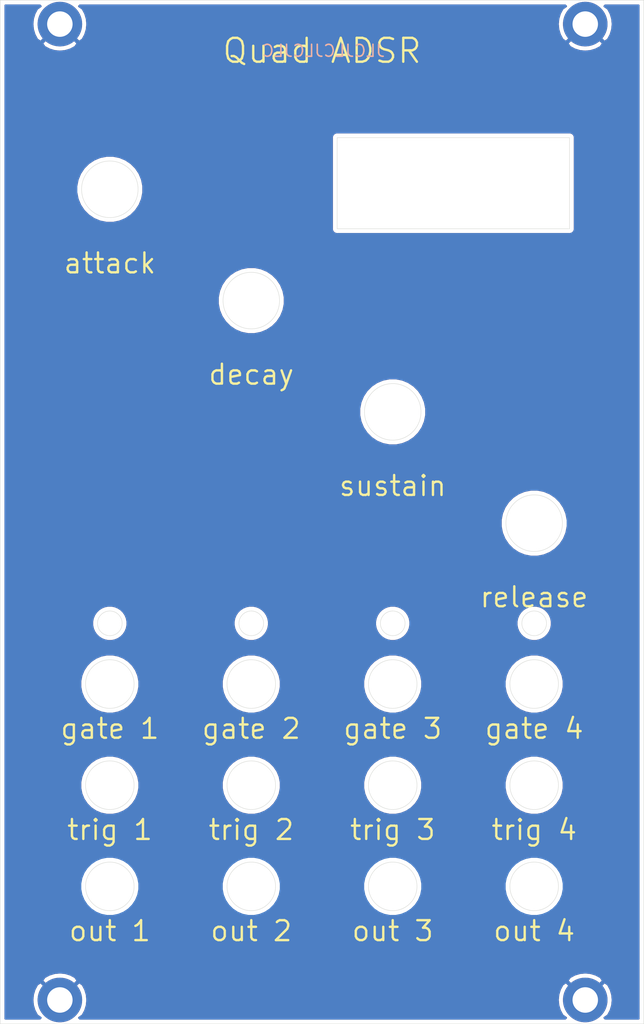
<source format=kicad_pcb>
(kicad_pcb (version 20171130) (host pcbnew 5.1.6-c6e7f7d~87~ubuntu18.04.1)

  (general
    (thickness 1.6)
    (drawings 70)
    (tracks 0)
    (zones 0)
    (modules 4)
    (nets 2)
  )

  (page A4)
  (title_block
    (title "Quad ADSR front panel")
    (date 2020-08-18)
    (rev 0)
    (comment 1 creativecommons.org/licenses/by/4.0/)
    (comment 2 "License: CC by 4.0")
    (comment 3 "Author: Jordan Aceto")
  )

  (layers
    (0 F.Cu signal hide)
    (31 B.Cu signal hide)
    (32 B.Adhes user)
    (33 F.Adhes user)
    (34 B.Paste user)
    (35 F.Paste user)
    (36 B.SilkS user)
    (37 F.SilkS user)
    (38 B.Mask user)
    (39 F.Mask user)
    (40 Dwgs.User user)
    (41 Cmts.User user)
    (42 Eco1.User user)
    (43 Eco2.User user)
    (44 Edge.Cuts user)
    (45 Margin user)
    (46 B.CrtYd user)
    (47 F.CrtYd user)
    (48 B.Fab user hide)
    (49 F.Fab user hide)
  )

  (setup
    (last_trace_width 0.25)
    (trace_clearance 0.2)
    (zone_clearance 0.508)
    (zone_45_only no)
    (trace_min 0.2)
    (via_size 0.8)
    (via_drill 0.4)
    (via_min_size 0.4)
    (via_min_drill 0.3)
    (uvia_size 0.3)
    (uvia_drill 0.1)
    (uvias_allowed no)
    (uvia_min_size 0.2)
    (uvia_min_drill 0.1)
    (edge_width 0.05)
    (segment_width 0.2)
    (pcb_text_width 0.3)
    (pcb_text_size 1.5 1.5)
    (mod_edge_width 0.12)
    (mod_text_size 1 1)
    (mod_text_width 0.15)
    (pad_size 1.524 1.524)
    (pad_drill 0.762)
    (pad_to_mask_clearance 0.05)
    (aux_axis_origin 0 0)
    (visible_elements FFFFFF7F)
    (pcbplotparams
      (layerselection 0x010fc_ffffffff)
      (usegerberextensions false)
      (usegerberattributes false)
      (usegerberadvancedattributes false)
      (creategerberjobfile false)
      (excludeedgelayer true)
      (linewidth 0.100000)
      (plotframeref false)
      (viasonmask false)
      (mode 1)
      (useauxorigin false)
      (hpglpennumber 1)
      (hpglpenspeed 20)
      (hpglpendiameter 15.000000)
      (psnegative false)
      (psa4output false)
      (plotreference true)
      (plotvalue true)
      (plotinvisibletext false)
      (padsonsilk false)
      (subtractmaskfromsilk false)
      (outputformat 1)
      (mirror false)
      (drillshape 0)
      (scaleselection 1)
      (outputdirectory "../construction_docs/gerbers/"))
  )

  (net 0 "")
  (net 1 GND)

  (net_class Default "This is the default net class."
    (clearance 0.2)
    (trace_width 0.25)
    (via_dia 0.8)
    (via_drill 0.4)
    (uvia_dia 0.3)
    (uvia_drill 0.1)
    (add_net GND)
  )

  (module MountingHole:MountingHole_3.2mm_M3_DIN965_Pad (layer F.Cu) (tedit 56D1B4CB) (tstamp 5EFA4FE1)
    (at 73.54 125.5)
    (descr "Mounting Hole 3.2mm, M3, DIN965")
    (tags "mounting hole 3.2mm m3 din965")
    (path /5EFA1430)
    (attr virtual)
    (fp_text reference H4 (at 0 -3.8) (layer F.SilkS) hide
      (effects (font (size 1 1) (thickness 0.15)))
    )
    (fp_text value MountingHole_Pad (at 0 3.8) (layer F.Fab)
      (effects (font (size 1 1) (thickness 0.15)))
    )
    (fp_circle (center 0 0) (end 2.8 0) (layer Cmts.User) (width 0.15))
    (fp_circle (center 0 0) (end 3.05 0) (layer F.CrtYd) (width 0.05))
    (fp_text user %R (at 0.3 0) (layer F.Fab)
      (effects (font (size 1 1) (thickness 0.15)))
    )
    (pad 1 thru_hole circle (at 0 0) (size 5.6 5.6) (drill 3.2) (layers *.Cu *.Mask)
      (net 1 GND))
  )

  (module MountingHole:MountingHole_3.2mm_M3_DIN965_Pad (layer F.Cu) (tedit 56D1B4CB) (tstamp 5EFA4FB7)
    (at 73.54 3)
    (descr "Mounting Hole 3.2mm, M3, DIN965")
    (tags "mounting hole 3.2mm m3 din965")
    (path /5EFA1424)
    (attr virtual)
    (fp_text reference H3 (at 0 -3.8) (layer F.SilkS) hide
      (effects (font (size 1 1) (thickness 0.15)))
    )
    (fp_text value MountingHole_Pad (at 0 3.8) (layer F.Fab)
      (effects (font (size 1 1) (thickness 0.15)))
    )
    (fp_circle (center 0 0) (end 2.8 0) (layer Cmts.User) (width 0.15))
    (fp_circle (center 0 0) (end 3.05 0) (layer F.CrtYd) (width 0.05))
    (fp_text user %R (at 0.3 0) (layer F.Fab)
      (effects (font (size 1 1) (thickness 0.15)))
    )
    (pad 1 thru_hole circle (at 0 0) (size 5.6 5.6) (drill 3.2) (layers *.Cu *.Mask)
      (net 1 GND))
  )

  (module MountingHole:MountingHole_3.2mm_M3_DIN965_Pad (layer F.Cu) (tedit 56D1B4CB) (tstamp 5EFA4FCC)
    (at 7.5 125.5)
    (descr "Mounting Hole 3.2mm, M3, DIN965")
    (tags "mounting hole 3.2mm m3 din965")
    (path /5EF9FEEC)
    (attr virtual)
    (fp_text reference H2 (at 0 -3.8) (layer F.SilkS) hide
      (effects (font (size 1 1) (thickness 0.15)))
    )
    (fp_text value MountingHole_Pad (at 0 3.8) (layer F.Fab)
      (effects (font (size 1 1) (thickness 0.15)))
    )
    (fp_circle (center 0 0) (end 2.8 0) (layer Cmts.User) (width 0.15))
    (fp_circle (center 0 0) (end 3.05 0) (layer F.CrtYd) (width 0.05))
    (fp_text user %R (at 0.3 0) (layer F.Fab)
      (effects (font (size 1 1) (thickness 0.15)))
    )
    (pad 1 thru_hole circle (at 0 0) (size 5.6 5.6) (drill 3.2) (layers *.Cu *.Mask)
      (net 1 GND))
  )

  (module MountingHole:MountingHole_3.2mm_M3_DIN965_Pad (layer F.Cu) (tedit 56D1B4CB) (tstamp 5EFA4FA2)
    (at 7.5 3)
    (descr "Mounting Hole 3.2mm, M3, DIN965")
    (tags "mounting hole 3.2mm m3 din965")
    (path /5EF9F32F)
    (attr virtual)
    (fp_text reference H1 (at 0 -3.8) (layer F.SilkS) hide
      (effects (font (size 1 1) (thickness 0.15)))
    )
    (fp_text value MountingHole_Pad (at 0 3.8) (layer F.Fab)
      (effects (font (size 1 1) (thickness 0.15)))
    )
    (fp_circle (center 0 0) (end 2.8 0) (layer Cmts.User) (width 0.15))
    (fp_circle (center 0 0) (end 3.05 0) (layer F.CrtYd) (width 0.05))
    (fp_text user %R (at 0.3 0) (layer F.Fab)
      (effects (font (size 1 1) (thickness 0.15)))
    )
    (pad 1 thru_hole circle (at 0 0) (size 5.6 5.6) (drill 3.2) (layers *.Cu *.Mask)
      (net 1 GND))
  )

  (gr_text JLCJLCJLCJLC (at 40.64 6.35) (layer B.SilkS)
    (effects (font (size 1.5 1.5) (thickness 0.2)) (justify mirror))
  )
  (gr_line (start 71.72 106.64) (end 71.72 115.84) (layer Dwgs.User) (width 0.15))
  (gr_line (start 9.18 115.84) (end 71.72 115.84) (layer Dwgs.User) (width 0.15))
  (gr_line (start 9.18 106.64) (end 9.18 115.84) (layer Dwgs.User) (width 0.15))
  (gr_line (start 9.18 106.64) (end 71.72 106.64) (layer Dwgs.User) (width 0.15))
  (gr_text release (at 67.12 74.93) (layer F.SilkS) (tstamp 5EFA5277)
    (effects (font (size 2.5 2.5) (thickness 0.3)))
  )
  (gr_text sustain (at 49.34 60.96) (layer F.SilkS) (tstamp 5EFA5274)
    (effects (font (size 2.5 2.5) (thickness 0.3)))
  )
  (gr_text decay (at 31.56 46.99) (layer F.SilkS)
    (effects (font (size 2.5 2.5) (thickness 0.3)))
  )
  (gr_text attack (at 13.78 33.02) (layer F.SilkS)
    (effects (font (size 2.5 2.5) (thickness 0.3)))
  )
  (gr_text "out 4" (at 67.12 116.84) (layer F.SilkS) (tstamp 5EFA524D)
    (effects (font (size 2.5 2.5) (thickness 0.3)))
  )
  (gr_text "out 3" (at 49.34 116.84) (layer F.SilkS) (tstamp 5EFA524D)
    (effects (font (size 2.5 2.5) (thickness 0.3)))
  )
  (gr_text "out 2" (at 31.56 116.84) (layer F.SilkS) (tstamp 5EFA524D)
    (effects (font (size 2.5 2.5) (thickness 0.3)))
  )
  (gr_text "trig 4" (at 67.12 104.14) (layer F.SilkS) (tstamp 5EFA5245)
    (effects (font (size 2.5 2.5) (thickness 0.3)))
  )
  (gr_text "trig 3" (at 49.34 104.14) (layer F.SilkS) (tstamp 5EFA5245)
    (effects (font (size 2.5 2.5) (thickness 0.3)))
  )
  (gr_text "trig 2" (at 31.56 104.14) (layer F.SilkS) (tstamp 5EFA5245)
    (effects (font (size 2.5 2.5) (thickness 0.3)))
  )
  (gr_text "gate 4" (at 67.12 91.44) (layer F.SilkS) (tstamp 5EFA523D)
    (effects (font (size 2.5 2.5) (thickness 0.3)))
  )
  (gr_text "gate 3" (at 49.34 91.44) (layer F.SilkS) (tstamp 5EFA523D)
    (effects (font (size 2.5 2.5) (thickness 0.3)))
  )
  (gr_text "gate 2" (at 31.56 91.44) (layer F.SilkS) (tstamp 5EFA523D)
    (effects (font (size 2.5 2.5) (thickness 0.3)))
  )
  (gr_text "out 1" (at 13.78 116.84) (layer F.SilkS) (tstamp 5EFA5237)
    (effects (font (size 2.5 2.5) (thickness 0.3)))
  )
  (gr_text "trig 1" (at 13.78 104.14) (layer F.SilkS)
    (effects (font (size 2.5 2.5) (thickness 0.3)))
  )
  (gr_text "gate 1" (at 13.78 91.44) (layer F.SilkS)
    (effects (font (size 2.5 2.5) (thickness 0.3)))
  )
  (gr_circle (center 31.56 111.24) (end 35.56 111.24) (layer Dwgs.User) (width 0.15) (tstamp 5EFA51D5))
  (gr_circle (center 49.34 111.24) (end 53.34 111.24) (layer Dwgs.User) (width 0.15) (tstamp 5EFA51D4))
  (gr_circle (center 13.78 111.24) (end 17.78 111.24) (layer Dwgs.User) (width 0.15) (tstamp 5EFA51D3))
  (gr_circle (center 67.12 111.24) (end 71.12 111.24) (layer Dwgs.User) (width 0.15) (tstamp 5EFA51D2))
  (gr_circle (center 31.56 98.54) (end 35.56 98.54) (layer Dwgs.User) (width 0.15) (tstamp 5EFA51D5))
  (gr_circle (center 49.34 98.54) (end 53.34 98.54) (layer Dwgs.User) (width 0.15) (tstamp 5EFA51D4))
  (gr_circle (center 13.78 98.54) (end 17.78 98.54) (layer Dwgs.User) (width 0.15) (tstamp 5EFA51D3))
  (gr_circle (center 67.12 98.54) (end 71.12 98.54) (layer Dwgs.User) (width 0.15) (tstamp 5EFA51D2))
  (gr_circle (center 67.12 85.84) (end 71.12 85.84) (layer Dwgs.User) (width 0.15) (tstamp 5EFA51CE))
  (gr_circle (center 49.34 85.84) (end 53.34 85.84) (layer Dwgs.User) (width 0.15) (tstamp 5EFA51CE))
  (gr_circle (center 31.56 85.84) (end 35.56 85.84) (layer Dwgs.User) (width 0.15) (tstamp 5EFA51CE))
  (gr_circle (center 13.78 85.84) (end 17.78 85.84) (layer Dwgs.User) (width 0.15))
  (gr_circle (center 67.12 65.647) (end 75.12 65.647) (layer Dwgs.User) (width 0.15) (tstamp 5EFA51C1))
  (gr_circle (center 49.34 51.677) (end 57.34 51.677) (layer Dwgs.User) (width 0.15) (tstamp 5EFA51C1))
  (gr_circle (center 31.56 37.707) (end 39.56 37.707) (layer Dwgs.User) (width 0.15) (tstamp 5EFA51B9))
  (gr_circle (center 13.78 23.737) (end 21.78 23.737) (layer Dwgs.User) (width 0.15))
  (gr_text "Quad ADSR" (at 40.45 6.35) (layer F.SilkS)
    (effects (font (size 3 3) (thickness 0.3)))
  )
  (gr_line (start 42.355 28.69) (end 71.565 28.69) (layer Edge.Cuts) (width 0.05))
  (gr_line (start 71.565 17.26) (end 71.565 28.69) (layer Edge.Cuts) (width 0.05))
  (gr_line (start 42.355 17.26) (end 42.355 28.69) (layer Edge.Cuts) (width 0.05))
  (gr_line (start 42.355 17.26) (end 71.565 17.26) (layer Edge.Cuts) (width 0.05))
  (gr_line (start 4.89 113.78) (end 76.01 113.78) (layer Dwgs.User) (width 0.15))
  (gr_line (start 76.01 14.72) (end 76.01 113.78) (layer Dwgs.User) (width 0.15))
  (gr_line (start 4.89 14.72) (end 4.89 113.78) (layer Dwgs.User) (width 0.15))
  (gr_line (start 4.89 14.72) (end 76.01 14.72) (layer Dwgs.User) (width 0.15))
  (gr_circle (center 67.12 78.22) (end 68.67 78.22) (layer Edge.Cuts) (width 0.05) (tstamp 5EFA50C8))
  (gr_circle (center 49.34 78.22) (end 50.89 78.22) (layer Edge.Cuts) (width 0.05) (tstamp 5EFA50C8))
  (gr_circle (center 31.56 78.22) (end 33.11 78.22) (layer Edge.Cuts) (width 0.05) (tstamp 5EFA50C8))
  (gr_circle (center 13.78 78.22) (end 15.33 78.22) (layer Edge.Cuts) (width 0.05))
  (gr_circle (center 67.12 65.647) (end 70.67 65.647) (layer Edge.Cuts) (width 0.05) (tstamp 5EFA50BB))
  (gr_circle (center 49.34 51.677) (end 52.89 51.677) (layer Edge.Cuts) (width 0.05) (tstamp 5EFA50BB))
  (gr_circle (center 31.56 37.707) (end 35.11 37.707) (layer Edge.Cuts) (width 0.05) (tstamp 5EFA50BB))
  (gr_circle (center 13.78 23.737) (end 17.33 23.737) (layer Edge.Cuts) (width 0.05))
  (gr_circle (center 49.34 111.24) (end 52.39 111.24) (layer Edge.Cuts) (width 0.05) (tstamp 5EFA50AF))
  (gr_circle (center 31.56 111.24) (end 34.61 111.24) (layer Edge.Cuts) (width 0.05) (tstamp 5EFA50AE))
  (gr_circle (center 67.12 111.24) (end 70.17 111.24) (layer Edge.Cuts) (width 0.05) (tstamp 5EFA50AD))
  (gr_circle (center 13.78 111.24) (end 16.83 111.24) (layer Edge.Cuts) (width 0.05) (tstamp 5EFA50AC))
  (gr_circle (center 49.34 98.54) (end 52.39 98.54) (layer Edge.Cuts) (width 0.05) (tstamp 5EFA50AF))
  (gr_circle (center 31.56 98.54) (end 34.61 98.54) (layer Edge.Cuts) (width 0.05) (tstamp 5EFA50AE))
  (gr_circle (center 67.12 98.54) (end 70.17 98.54) (layer Edge.Cuts) (width 0.05) (tstamp 5EFA50AD))
  (gr_circle (center 13.78 98.54) (end 16.83 98.54) (layer Edge.Cuts) (width 0.05) (tstamp 5EFA50AC))
  (gr_circle (center 67.12 85.84) (end 70.17 85.84) (layer Edge.Cuts) (width 0.05) (tstamp 5EFA50A9))
  (gr_circle (center 31.56 85.84) (end 34.61 85.84) (layer Edge.Cuts) (width 0.05) (tstamp 5EFA50A8))
  (gr_circle (center 49.34 85.84) (end 52.39 85.84) (layer Edge.Cuts) (width 0.05) (tstamp 5EFA50A6))
  (gr_circle (center 13.78 85.84) (end 16.83 85.84) (layer Edge.Cuts) (width 0.05))
  (gr_line (start 80.9 0) (end 80.9 128.5) (layer Edge.Cuts) (width 0.05))
  (gr_line (start 0 128.5) (end 80.9 128.5) (layer Edge.Cuts) (width 0.05))
  (gr_line (start 0 0) (end 80.9 0) (layer Edge.Cuts) (width 0.05))
  (gr_line (start 0 0) (end 0 128.5) (layer Edge.Cuts) (width 0.05))

  (zone (net 1) (net_name GND) (layer F.Cu) (tstamp 5F3D3ED9) (hatch edge 0.508)
    (connect_pads (clearance 0.508))
    (min_thickness 0.254)
    (fill yes (arc_segments 32) (thermal_gap 0.508) (thermal_bridge_width 0.508))
    (polygon
      (pts
        (xy 83.82 132.08) (xy -2.54 132.08) (xy -2.54 -2.54) (xy 83.82 -2.54)
      )
    )
    (filled_polygon
      (pts
        (xy 5.083517 0.763125) (xy 4.634823 1.075308) (xy 4.314388 1.671259) (xy 4.116374 2.318273) (xy 4.04839 2.991484)
        (xy 4.113051 3.665023) (xy 4.30787 4.313006) (xy 4.625361 4.91053) (xy 4.634823 4.924692) (xy 5.083519 5.236876)
        (xy 7.320395 3) (xy 7.306253 2.985858) (xy 7.485858 2.806253) (xy 7.5 2.820395) (xy 7.514143 2.806253)
        (xy 7.693748 2.985858) (xy 7.679605 3) (xy 9.916481 5.236876) (xy 10.365177 4.924692) (xy 10.685612 4.328741)
        (xy 10.883626 3.681727) (xy 10.95161 3.008516) (xy 10.886949 2.334977) (xy 10.69213 1.686994) (xy 10.374639 1.08947)
        (xy 10.365177 1.075308) (xy 9.916483 0.763125) (xy 10.019608 0.66) (xy 71.020392 0.66) (xy 71.123517 0.763125)
        (xy 70.674823 1.075308) (xy 70.354388 1.671259) (xy 70.156374 2.318273) (xy 70.08839 2.991484) (xy 70.153051 3.665023)
        (xy 70.34787 4.313006) (xy 70.665361 4.91053) (xy 70.674823 4.924692) (xy 71.123519 5.236876) (xy 73.360395 3)
        (xy 73.346253 2.985858) (xy 73.525858 2.806253) (xy 73.54 2.820395) (xy 73.554143 2.806253) (xy 73.733748 2.985858)
        (xy 73.719605 3) (xy 75.956481 5.236876) (xy 76.405177 4.924692) (xy 76.725612 4.328741) (xy 76.923626 3.681727)
        (xy 76.99161 3.008516) (xy 76.926949 2.334977) (xy 76.73213 1.686994) (xy 76.414639 1.08947) (xy 76.405177 1.075308)
        (xy 75.956483 0.763125) (xy 76.059608 0.66) (xy 80.24 0.66) (xy 80.240001 127.84) (xy 76.059608 127.84)
        (xy 75.956483 127.736875) (xy 76.405177 127.424692) (xy 76.725612 126.828741) (xy 76.923626 126.181727) (xy 76.99161 125.508516)
        (xy 76.926949 124.834977) (xy 76.73213 124.186994) (xy 76.414639 123.58947) (xy 76.405177 123.575308) (xy 75.956481 123.263124)
        (xy 73.719605 125.5) (xy 73.733748 125.514143) (xy 73.554143 125.693748) (xy 73.54 125.679605) (xy 73.525858 125.693748)
        (xy 73.346253 125.514143) (xy 73.360395 125.5) (xy 71.123519 123.263124) (xy 70.674823 123.575308) (xy 70.354388 124.171259)
        (xy 70.156374 124.818273) (xy 70.08839 125.491484) (xy 70.153051 126.165023) (xy 70.34787 126.813006) (xy 70.665361 127.41053)
        (xy 70.674823 127.424692) (xy 71.123517 127.736875) (xy 71.020392 127.84) (xy 10.019608 127.84) (xy 9.916483 127.736875)
        (xy 10.365177 127.424692) (xy 10.685612 126.828741) (xy 10.883626 126.181727) (xy 10.95161 125.508516) (xy 10.886949 124.834977)
        (xy 10.69213 124.186994) (xy 10.374639 123.58947) (xy 10.365177 123.575308) (xy 9.916481 123.263124) (xy 7.679605 125.5)
        (xy 7.693748 125.514143) (xy 7.514143 125.693748) (xy 7.5 125.679605) (xy 7.485858 125.693748) (xy 7.306253 125.514143)
        (xy 7.320395 125.5) (xy 5.083519 123.263124) (xy 4.634823 123.575308) (xy 4.314388 124.171259) (xy 4.116374 124.818273)
        (xy 4.04839 125.491484) (xy 4.113051 126.165023) (xy 4.30787 126.813006) (xy 4.625361 127.41053) (xy 4.634823 127.424692)
        (xy 5.083517 127.736875) (xy 4.980392 127.84) (xy 0.66 127.84) (xy 0.66 123.083519) (xy 5.263124 123.083519)
        (xy 7.5 125.320395) (xy 9.736876 123.083519) (xy 71.303124 123.083519) (xy 73.54 125.320395) (xy 75.776876 123.083519)
        (xy 75.464692 122.634823) (xy 74.868741 122.314388) (xy 74.221727 122.116374) (xy 73.548516 122.04839) (xy 72.874977 122.113051)
        (xy 72.226994 122.30787) (xy 71.62947 122.625361) (xy 71.615308 122.634823) (xy 71.303124 123.083519) (xy 9.736876 123.083519)
        (xy 9.424692 122.634823) (xy 8.828741 122.314388) (xy 8.181727 122.116374) (xy 7.508516 122.04839) (xy 6.834977 122.113051)
        (xy 6.186994 122.30787) (xy 5.58947 122.625361) (xy 5.575308 122.634823) (xy 5.263124 123.083519) (xy 0.66 123.083519)
        (xy 0.66 106.6546) (xy 9.0678 106.6546) (xy 9.0678 115.824) (xy 9.07024 115.848776) (xy 9.077467 115.872601)
        (xy 9.089203 115.894557) (xy 9.104997 115.913803) (xy 9.124243 115.929597) (xy 9.146199 115.941333) (xy 9.170024 115.94856)
        (xy 9.1948 115.951) (xy 71.7042 115.951) (xy 71.728976 115.94856) (xy 71.752801 115.941333) (xy 71.774757 115.929597)
        (xy 71.794003 115.913803) (xy 71.809797 115.894557) (xy 71.821533 115.872601) (xy 71.82876 115.848776) (xy 71.8312 115.824)
        (xy 71.8312 106.6546) (xy 71.82876 106.629824) (xy 71.821533 106.605999) (xy 71.809797 106.584043) (xy 71.794003 106.564797)
        (xy 71.774757 106.549003) (xy 71.752801 106.537267) (xy 71.728976 106.53004) (xy 71.7042 106.5276) (xy 9.1948 106.5276)
        (xy 9.170024 106.53004) (xy 9.146199 106.537267) (xy 9.124243 106.549003) (xy 9.104997 106.564797) (xy 9.089203 106.584043)
        (xy 9.077467 106.605999) (xy 9.07024 106.629824) (xy 9.0678 106.6546) (xy 0.66 106.6546) (xy 0.66 98.174396)
        (xy 10.067961 98.174396) (xy 10.067961 98.905604) (xy 10.210613 99.622762) (xy 10.490434 100.29831) (xy 10.896671 100.906287)
        (xy 11.413713 101.423329) (xy 12.02169 101.829566) (xy 12.697238 102.109387) (xy 13.414396 102.252039) (xy 14.145604 102.252039)
        (xy 14.862762 102.109387) (xy 15.53831 101.829566) (xy 16.146287 101.423329) (xy 16.663329 100.906287) (xy 17.069566 100.29831)
        (xy 17.349387 99.622762) (xy 17.492039 98.905604) (xy 17.492039 98.174396) (xy 27.847961 98.174396) (xy 27.847961 98.905604)
        (xy 27.990613 99.622762) (xy 28.270434 100.29831) (xy 28.676671 100.906287) (xy 29.193713 101.423329) (xy 29.80169 101.829566)
        (xy 30.477238 102.109387) (xy 31.194396 102.252039) (xy 31.925604 102.252039) (xy 32.642762 102.109387) (xy 33.31831 101.829566)
        (xy 33.926287 101.423329) (xy 34.443329 100.906287) (xy 34.849566 100.29831) (xy 35.129387 99.622762) (xy 35.272039 98.905604)
        (xy 35.272039 98.174396) (xy 45.627961 98.174396) (xy 45.627961 98.905604) (xy 45.770613 99.622762) (xy 46.050434 100.29831)
        (xy 46.456671 100.906287) (xy 46.973713 101.423329) (xy 47.58169 101.829566) (xy 48.257238 102.109387) (xy 48.974396 102.252039)
        (xy 49.705604 102.252039) (xy 50.422762 102.109387) (xy 51.09831 101.829566) (xy 51.706287 101.423329) (xy 52.223329 100.906287)
        (xy 52.629566 100.29831) (xy 52.909387 99.622762) (xy 53.052039 98.905604) (xy 53.052039 98.174396) (xy 63.407961 98.174396)
        (xy 63.407961 98.905604) (xy 63.550613 99.622762) (xy 63.830434 100.29831) (xy 64.236671 100.906287) (xy 64.753713 101.423329)
        (xy 65.36169 101.829566) (xy 66.037238 102.109387) (xy 66.754396 102.252039) (xy 67.485604 102.252039) (xy 68.202762 102.109387)
        (xy 68.87831 101.829566) (xy 69.486287 101.423329) (xy 70.003329 100.906287) (xy 70.409566 100.29831) (xy 70.689387 99.622762)
        (xy 70.832039 98.905604) (xy 70.832039 98.174396) (xy 70.689387 97.457238) (xy 70.409566 96.78169) (xy 70.003329 96.173713)
        (xy 69.486287 95.656671) (xy 68.87831 95.250434) (xy 68.202762 94.970613) (xy 67.485604 94.827961) (xy 66.754396 94.827961)
        (xy 66.037238 94.970613) (xy 65.36169 95.250434) (xy 64.753713 95.656671) (xy 64.236671 96.173713) (xy 63.830434 96.78169)
        (xy 63.550613 97.457238) (xy 63.407961 98.174396) (xy 53.052039 98.174396) (xy 52.909387 97.457238) (xy 52.629566 96.78169)
        (xy 52.223329 96.173713) (xy 51.706287 95.656671) (xy 51.09831 95.250434) (xy 50.422762 94.970613) (xy 49.705604 94.827961)
        (xy 48.974396 94.827961) (xy 48.257238 94.970613) (xy 47.58169 95.250434) (xy 46.973713 95.656671) (xy 46.456671 96.173713)
        (xy 46.050434 96.78169) (xy 45.770613 97.457238) (xy 45.627961 98.174396) (xy 35.272039 98.174396) (xy 35.129387 97.457238)
        (xy 34.849566 96.78169) (xy 34.443329 96.173713) (xy 33.926287 95.656671) (xy 33.31831 95.250434) (xy 32.642762 94.970613)
        (xy 31.925604 94.827961) (xy 31.194396 94.827961) (xy 30.477238 94.970613) (xy 29.80169 95.250434) (xy 29.193713 95.656671)
        (xy 28.676671 96.173713) (xy 28.270434 96.78169) (xy 27.990613 97.457238) (xy 27.847961 98.174396) (xy 17.492039 98.174396)
        (xy 17.349387 97.457238) (xy 17.069566 96.78169) (xy 16.663329 96.173713) (xy 16.146287 95.656671) (xy 15.53831 95.250434)
        (xy 14.862762 94.970613) (xy 14.145604 94.827961) (xy 13.414396 94.827961) (xy 12.697238 94.970613) (xy 12.02169 95.250434)
        (xy 11.413713 95.656671) (xy 10.896671 96.173713) (xy 10.490434 96.78169) (xy 10.210613 97.457238) (xy 10.067961 98.174396)
        (xy 0.66 98.174396) (xy 0.66 85.474396) (xy 10.067961 85.474396) (xy 10.067961 86.205604) (xy 10.210613 86.922762)
        (xy 10.490434 87.59831) (xy 10.896671 88.206287) (xy 11.413713 88.723329) (xy 12.02169 89.129566) (xy 12.697238 89.409387)
        (xy 13.414396 89.552039) (xy 14.145604 89.552039) (xy 14.862762 89.409387) (xy 15.53831 89.129566) (xy 16.146287 88.723329)
        (xy 16.663329 88.206287) (xy 17.069566 87.59831) (xy 17.349387 86.922762) (xy 17.492039 86.205604) (xy 17.492039 85.474396)
        (xy 27.847961 85.474396) (xy 27.847961 86.205604) (xy 27.990613 86.922762) (xy 28.270434 87.59831) (xy 28.676671 88.206287)
        (xy 29.193713 88.723329) (xy 29.80169 89.129566) (xy 30.477238 89.409387) (xy 31.194396 89.552039) (xy 31.925604 89.552039)
        (xy 32.642762 89.409387) (xy 33.31831 89.129566) (xy 33.926287 88.723329) (xy 34.443329 88.206287) (xy 34.849566 87.59831)
        (xy 35.129387 86.922762) (xy 35.272039 86.205604) (xy 35.272039 85.474396) (xy 45.627961 85.474396) (xy 45.627961 86.205604)
        (xy 45.770613 86.922762) (xy 46.050434 87.59831) (xy 46.456671 88.206287) (xy 46.973713 88.723329) (xy 47.58169 89.129566)
        (xy 48.257238 89.409387) (xy 48.974396 89.552039) (xy 49.705604 89.552039) (xy 50.422762 89.409387) (xy 51.09831 89.129566)
        (xy 51.706287 88.723329) (xy 52.223329 88.206287) (xy 52.629566 87.59831) (xy 52.909387 86.922762) (xy 53.052039 86.205604)
        (xy 53.052039 85.474396) (xy 63.407961 85.474396) (xy 63.407961 86.205604) (xy 63.550613 86.922762) (xy 63.830434 87.59831)
        (xy 64.236671 88.206287) (xy 64.753713 88.723329) (xy 65.36169 89.129566) (xy 66.037238 89.409387) (xy 66.754396 89.552039)
        (xy 67.485604 89.552039) (xy 68.202762 89.409387) (xy 68.87831 89.129566) (xy 69.486287 88.723329) (xy 70.003329 88.206287)
        (xy 70.409566 87.59831) (xy 70.689387 86.922762) (xy 70.832039 86.205604) (xy 70.832039 85.474396) (xy 70.689387 84.757238)
        (xy 70.409566 84.08169) (xy 70.003329 83.473713) (xy 69.486287 82.956671) (xy 68.87831 82.550434) (xy 68.202762 82.270613)
        (xy 67.485604 82.127961) (xy 66.754396 82.127961) (xy 66.037238 82.270613) (xy 65.36169 82.550434) (xy 64.753713 82.956671)
        (xy 64.236671 83.473713) (xy 63.830434 84.08169) (xy 63.550613 84.757238) (xy 63.407961 85.474396) (xy 53.052039 85.474396)
        (xy 52.909387 84.757238) (xy 52.629566 84.08169) (xy 52.223329 83.473713) (xy 51.706287 82.956671) (xy 51.09831 82.550434)
        (xy 50.422762 82.270613) (xy 49.705604 82.127961) (xy 48.974396 82.127961) (xy 48.257238 82.270613) (xy 47.58169 82.550434)
        (xy 46.973713 82.956671) (xy 46.456671 83.473713) (xy 46.050434 84.08169) (xy 45.770613 84.757238) (xy 45.627961 85.474396)
        (xy 35.272039 85.474396) (xy 35.129387 84.757238) (xy 34.849566 84.08169) (xy 34.443329 83.473713) (xy 33.926287 82.956671)
        (xy 33.31831 82.550434) (xy 32.642762 82.270613) (xy 31.925604 82.127961) (xy 31.194396 82.127961) (xy 30.477238 82.270613)
        (xy 29.80169 82.550434) (xy 29.193713 82.956671) (xy 28.676671 83.473713) (xy 28.270434 84.08169) (xy 27.990613 84.757238)
        (xy 27.847961 85.474396) (xy 17.492039 85.474396) (xy 17.349387 84.757238) (xy 17.069566 84.08169) (xy 16.663329 83.473713)
        (xy 16.146287 82.956671) (xy 15.53831 82.550434) (xy 14.862762 82.270613) (xy 14.145604 82.127961) (xy 13.414396 82.127961)
        (xy 12.697238 82.270613) (xy 12.02169 82.550434) (xy 11.413713 82.956671) (xy 10.896671 83.473713) (xy 10.490434 84.08169)
        (xy 10.210613 84.757238) (xy 10.067961 85.474396) (xy 0.66 85.474396) (xy 0.66 78.001422) (xy 11.560738 78.001422)
        (xy 11.560738 78.438578) (xy 11.646023 78.867335) (xy 11.813316 79.271215) (xy 12.056187 79.634697) (xy 12.365303 79.943813)
        (xy 12.728785 80.186684) (xy 13.132665 80.353977) (xy 13.561422 80.439262) (xy 13.998578 80.439262) (xy 14.427335 80.353977)
        (xy 14.831215 80.186684) (xy 15.194697 79.943813) (xy 15.503813 79.634697) (xy 15.746684 79.271215) (xy 15.913977 78.867335)
        (xy 15.999262 78.438578) (xy 15.999262 78.001422) (xy 29.340738 78.001422) (xy 29.340738 78.438578) (xy 29.426023 78.867335)
        (xy 29.593316 79.271215) (xy 29.836187 79.634697) (xy 30.145303 79.943813) (xy 30.508785 80.186684) (xy 30.912665 80.353977)
        (xy 31.341422 80.439262) (xy 31.778578 80.439262) (xy 32.207335 80.353977) (xy 32.611215 80.186684) (xy 32.974697 79.943813)
        (xy 33.283813 79.634697) (xy 33.526684 79.271215) (xy 33.693977 78.867335) (xy 33.779262 78.438578) (xy 33.779262 78.001422)
        (xy 47.120738 78.001422) (xy 47.120738 78.438578) (xy 47.206023 78.867335) (xy 47.373316 79.271215) (xy 47.616187 79.634697)
        (xy 47.925303 79.943813) (xy 48.288785 80.186684) (xy 48.692665 80.353977) (xy 49.121422 80.439262) (xy 49.558578 80.439262)
        (xy 49.987335 80.353977) (xy 50.391215 80.186684) (xy 50.754697 79.943813) (xy 51.063813 79.634697) (xy 51.306684 79.271215)
        (xy 51.473977 78.867335) (xy 51.559262 78.438578) (xy 51.559262 78.001422) (xy 64.900738 78.001422) (xy 64.900738 78.438578)
        (xy 64.986023 78.867335) (xy 65.153316 79.271215) (xy 65.396187 79.634697) (xy 65.705303 79.943813) (xy 66.068785 80.186684)
        (xy 66.472665 80.353977) (xy 66.901422 80.439262) (xy 67.338578 80.439262) (xy 67.767335 80.353977) (xy 68.171215 80.186684)
        (xy 68.534697 79.943813) (xy 68.843813 79.634697) (xy 69.086684 79.271215) (xy 69.253977 78.867335) (xy 69.339262 78.438578)
        (xy 69.339262 78.001422) (xy 69.253977 77.572665) (xy 69.086684 77.168785) (xy 68.843813 76.805303) (xy 68.534697 76.496187)
        (xy 68.171215 76.253316) (xy 67.767335 76.086023) (xy 67.338578 76.000738) (xy 66.901422 76.000738) (xy 66.472665 76.086023)
        (xy 66.068785 76.253316) (xy 65.705303 76.496187) (xy 65.396187 76.805303) (xy 65.153316 77.168785) (xy 64.986023 77.572665)
        (xy 64.900738 78.001422) (xy 51.559262 78.001422) (xy 51.473977 77.572665) (xy 51.306684 77.168785) (xy 51.063813 76.805303)
        (xy 50.754697 76.496187) (xy 50.391215 76.253316) (xy 49.987335 76.086023) (xy 49.558578 76.000738) (xy 49.121422 76.000738)
        (xy 48.692665 76.086023) (xy 48.288785 76.253316) (xy 47.925303 76.496187) (xy 47.616187 76.805303) (xy 47.373316 77.168785)
        (xy 47.206023 77.572665) (xy 47.120738 78.001422) (xy 33.779262 78.001422) (xy 33.693977 77.572665) (xy 33.526684 77.168785)
        (xy 33.283813 76.805303) (xy 32.974697 76.496187) (xy 32.611215 76.253316) (xy 32.207335 76.086023) (xy 31.778578 76.000738)
        (xy 31.341422 76.000738) (xy 30.912665 76.086023) (xy 30.508785 76.253316) (xy 30.145303 76.496187) (xy 29.836187 76.805303)
        (xy 29.593316 77.168785) (xy 29.426023 77.572665) (xy 29.340738 78.001422) (xy 15.999262 78.001422) (xy 15.913977 77.572665)
        (xy 15.746684 77.168785) (xy 15.503813 76.805303) (xy 15.194697 76.496187) (xy 14.831215 76.253316) (xy 14.427335 76.086023)
        (xy 13.998578 76.000738) (xy 13.561422 76.000738) (xy 13.132665 76.086023) (xy 12.728785 76.253316) (xy 12.365303 76.496187)
        (xy 12.056187 76.805303) (xy 11.813316 77.168785) (xy 11.646023 77.572665) (xy 11.560738 78.001422) (xy 0.66 78.001422)
        (xy 0.66 65.232387) (xy 62.910369 65.232387) (xy 62.910369 66.061613) (xy 63.072142 66.874904) (xy 63.389473 67.641008)
        (xy 63.850166 68.330484) (xy 64.436516 68.916834) (xy 65.125992 69.377527) (xy 65.892096 69.694858) (xy 66.705387 69.856631)
        (xy 67.534613 69.856631) (xy 68.347904 69.694858) (xy 69.114008 69.377527) (xy 69.803484 68.916834) (xy 70.389834 68.330484)
        (xy 70.850527 67.641008) (xy 71.167858 66.874904) (xy 71.329631 66.061613) (xy 71.329631 65.232387) (xy 71.167858 64.419096)
        (xy 70.850527 63.652992) (xy 70.389834 62.963516) (xy 69.803484 62.377166) (xy 69.114008 61.916473) (xy 68.347904 61.599142)
        (xy 67.534613 61.437369) (xy 66.705387 61.437369) (xy 65.892096 61.599142) (xy 65.125992 61.916473) (xy 64.436516 62.377166)
        (xy 63.850166 62.963516) (xy 63.389473 63.652992) (xy 63.072142 64.419096) (xy 62.910369 65.232387) (xy 0.66 65.232387)
        (xy 0.66 51.262387) (xy 45.130369 51.262387) (xy 45.130369 52.091613) (xy 45.292142 52.904904) (xy 45.609473 53.671008)
        (xy 46.070166 54.360484) (xy 46.656516 54.946834) (xy 47.345992 55.407527) (xy 48.112096 55.724858) (xy 48.925387 55.886631)
        (xy 49.754613 55.886631) (xy 50.567904 55.724858) (xy 51.334008 55.407527) (xy 52.023484 54.946834) (xy 52.609834 54.360484)
        (xy 53.070527 53.671008) (xy 53.387858 52.904904) (xy 53.549631 52.091613) (xy 53.549631 51.262387) (xy 53.387858 50.449096)
        (xy 53.070527 49.682992) (xy 52.609834 48.993516) (xy 52.023484 48.407166) (xy 51.334008 47.946473) (xy 50.567904 47.629142)
        (xy 49.754613 47.467369) (xy 48.925387 47.467369) (xy 48.112096 47.629142) (xy 47.345992 47.946473) (xy 46.656516 48.407166)
        (xy 46.070166 48.993516) (xy 45.609473 49.682992) (xy 45.292142 50.449096) (xy 45.130369 51.262387) (xy 0.66 51.262387)
        (xy 0.66 37.292387) (xy 27.350369 37.292387) (xy 27.350369 38.121613) (xy 27.512142 38.934904) (xy 27.829473 39.701008)
        (xy 28.290166 40.390484) (xy 28.876516 40.976834) (xy 29.565992 41.437527) (xy 30.332096 41.754858) (xy 31.145387 41.916631)
        (xy 31.974613 41.916631) (xy 32.787904 41.754858) (xy 33.554008 41.437527) (xy 34.243484 40.976834) (xy 34.829834 40.390484)
        (xy 35.290527 39.701008) (xy 35.607858 38.934904) (xy 35.769631 38.121613) (xy 35.769631 37.292387) (xy 35.607858 36.479096)
        (xy 35.290527 35.712992) (xy 34.829834 35.023516) (xy 34.243484 34.437166) (xy 33.554008 33.976473) (xy 32.787904 33.659142)
        (xy 31.974613 33.497369) (xy 31.145387 33.497369) (xy 30.332096 33.659142) (xy 29.565992 33.976473) (xy 28.876516 34.437166)
        (xy 28.290166 35.023516) (xy 27.829473 35.712992) (xy 27.512142 36.479096) (xy 27.350369 37.292387) (xy 0.66 37.292387)
        (xy 0.66 23.322387) (xy 9.570369 23.322387) (xy 9.570369 24.151613) (xy 9.732142 24.964904) (xy 10.049473 25.731008)
        (xy 10.510166 26.420484) (xy 11.096516 27.006834) (xy 11.785992 27.467527) (xy 12.552096 27.784858) (xy 13.365387 27.946631)
        (xy 14.194613 27.946631) (xy 15.007904 27.784858) (xy 15.774008 27.467527) (xy 16.463484 27.006834) (xy 17.049834 26.420484)
        (xy 17.510527 25.731008) (xy 17.827858 24.964904) (xy 17.989631 24.151613) (xy 17.989631 23.322387) (xy 17.827858 22.509096)
        (xy 17.510527 21.742992) (xy 17.049834 21.053516) (xy 16.463484 20.467166) (xy 15.774008 20.006473) (xy 15.007904 19.689142)
        (xy 14.194613 19.527369) (xy 13.365387 19.527369) (xy 12.552096 19.689142) (xy 11.785992 20.006473) (xy 11.096516 20.467166)
        (xy 10.510166 21.053516) (xy 10.049473 21.742992) (xy 9.732142 22.509096) (xy 9.570369 23.322387) (xy 0.66 23.322387)
        (xy 0.66 17.26) (xy 41.691807 17.26) (xy 41.695 17.292419) (xy 41.695001 28.657571) (xy 41.691807 28.69)
        (xy 41.70455 28.819383) (xy 41.74229 28.943793) (xy 41.803575 29.05845) (xy 41.886052 29.158948) (xy 41.98655 29.241425)
        (xy 42.101207 29.30271) (xy 42.225617 29.34045) (xy 42.322581 29.35) (xy 42.355 29.353193) (xy 42.387419 29.35)
        (xy 71.532581 29.35) (xy 71.565 29.353193) (xy 71.597419 29.35) (xy 71.694383 29.34045) (xy 71.818793 29.30271)
        (xy 71.93345 29.241425) (xy 72.033948 29.158948) (xy 72.116425 29.05845) (xy 72.17771 28.943793) (xy 72.21545 28.819383)
        (xy 72.228193 28.69) (xy 72.225 28.657581) (xy 72.225 17.292419) (xy 72.228193 17.26) (xy 72.21545 17.130617)
        (xy 72.17771 17.006207) (xy 72.116425 16.89155) (xy 72.033948 16.791052) (xy 71.93345 16.708575) (xy 71.818793 16.64729)
        (xy 71.694383 16.60955) (xy 71.597419 16.6) (xy 71.565 16.596807) (xy 71.532581 16.6) (xy 42.387419 16.6)
        (xy 42.355 16.596807) (xy 42.322581 16.6) (xy 42.225617 16.60955) (xy 42.101207 16.64729) (xy 41.98655 16.708575)
        (xy 41.886052 16.791052) (xy 41.803575 16.89155) (xy 41.74229 17.006207) (xy 41.70455 17.130617) (xy 41.691807 17.26)
        (xy 0.66 17.26) (xy 0.66 5.416481) (xy 5.263124 5.416481) (xy 5.575308 5.865177) (xy 6.171259 6.185612)
        (xy 6.818273 6.383626) (xy 7.491484 6.45161) (xy 8.165023 6.386949) (xy 8.813006 6.19213) (xy 9.41053 5.874639)
        (xy 9.424692 5.865177) (xy 9.736876 5.416481) (xy 71.303124 5.416481) (xy 71.615308 5.865177) (xy 72.211259 6.185612)
        (xy 72.858273 6.383626) (xy 73.531484 6.45161) (xy 74.205023 6.386949) (xy 74.853006 6.19213) (xy 75.45053 5.874639)
        (xy 75.464692 5.865177) (xy 75.776876 5.416481) (xy 73.54 3.179605) (xy 71.303124 5.416481) (xy 9.736876 5.416481)
        (xy 7.5 3.179605) (xy 5.263124 5.416481) (xy 0.66 5.416481) (xy 0.66 0.66) (xy 4.980392 0.66)
      )
    )
  )
  (zone (net 1) (net_name GND) (layer B.Cu) (tstamp 5F3D3ED6) (hatch edge 0.508)
    (connect_pads (clearance 0.508))
    (min_thickness 0.254)
    (fill yes (arc_segments 32) (thermal_gap 0.508) (thermal_bridge_width 0.508))
    (polygon
      (pts
        (xy 86.36 134.62) (xy -5.08 134.62) (xy -5.08 -5.08) (xy 86.36 -5.08)
      )
    )
    (filled_polygon
      (pts
        (xy 5.083517 0.763125) (xy 4.634823 1.075308) (xy 4.314388 1.671259) (xy 4.116374 2.318273) (xy 4.04839 2.991484)
        (xy 4.113051 3.665023) (xy 4.30787 4.313006) (xy 4.625361 4.91053) (xy 4.634823 4.924692) (xy 5.083519 5.236876)
        (xy 7.320395 3) (xy 7.306253 2.985858) (xy 7.485858 2.806253) (xy 7.5 2.820395) (xy 7.514143 2.806253)
        (xy 7.693748 2.985858) (xy 7.679605 3) (xy 9.916481 5.236876) (xy 10.365177 4.924692) (xy 10.685612 4.328741)
        (xy 10.883626 3.681727) (xy 10.95161 3.008516) (xy 10.886949 2.334977) (xy 10.69213 1.686994) (xy 10.374639 1.08947)
        (xy 10.365177 1.075308) (xy 9.916483 0.763125) (xy 10.019608 0.66) (xy 71.020392 0.66) (xy 71.123517 0.763125)
        (xy 70.674823 1.075308) (xy 70.354388 1.671259) (xy 70.156374 2.318273) (xy 70.08839 2.991484) (xy 70.153051 3.665023)
        (xy 70.34787 4.313006) (xy 70.665361 4.91053) (xy 70.674823 4.924692) (xy 71.123519 5.236876) (xy 73.360395 3)
        (xy 73.346253 2.985858) (xy 73.525858 2.806253) (xy 73.54 2.820395) (xy 73.554143 2.806253) (xy 73.733748 2.985858)
        (xy 73.719605 3) (xy 75.956481 5.236876) (xy 76.405177 4.924692) (xy 76.725612 4.328741) (xy 76.923626 3.681727)
        (xy 76.99161 3.008516) (xy 76.926949 2.334977) (xy 76.73213 1.686994) (xy 76.414639 1.08947) (xy 76.405177 1.075308)
        (xy 75.956483 0.763125) (xy 76.059608 0.66) (xy 80.24 0.66) (xy 80.240001 127.84) (xy 76.059608 127.84)
        (xy 75.956483 127.736875) (xy 76.405177 127.424692) (xy 76.725612 126.828741) (xy 76.923626 126.181727) (xy 76.99161 125.508516)
        (xy 76.926949 124.834977) (xy 76.73213 124.186994) (xy 76.414639 123.58947) (xy 76.405177 123.575308) (xy 75.956481 123.263124)
        (xy 73.719605 125.5) (xy 73.733748 125.514143) (xy 73.554143 125.693748) (xy 73.54 125.679605) (xy 73.525858 125.693748)
        (xy 73.346253 125.514143) (xy 73.360395 125.5) (xy 71.123519 123.263124) (xy 70.674823 123.575308) (xy 70.354388 124.171259)
        (xy 70.156374 124.818273) (xy 70.08839 125.491484) (xy 70.153051 126.165023) (xy 70.34787 126.813006) (xy 70.665361 127.41053)
        (xy 70.674823 127.424692) (xy 71.123517 127.736875) (xy 71.020392 127.84) (xy 10.019608 127.84) (xy 9.916483 127.736875)
        (xy 10.365177 127.424692) (xy 10.685612 126.828741) (xy 10.883626 126.181727) (xy 10.95161 125.508516) (xy 10.886949 124.834977)
        (xy 10.69213 124.186994) (xy 10.374639 123.58947) (xy 10.365177 123.575308) (xy 9.916481 123.263124) (xy 7.679605 125.5)
        (xy 7.693748 125.514143) (xy 7.514143 125.693748) (xy 7.5 125.679605) (xy 7.485858 125.693748) (xy 7.306253 125.514143)
        (xy 7.320395 125.5) (xy 5.083519 123.263124) (xy 4.634823 123.575308) (xy 4.314388 124.171259) (xy 4.116374 124.818273)
        (xy 4.04839 125.491484) (xy 4.113051 126.165023) (xy 4.30787 126.813006) (xy 4.625361 127.41053) (xy 4.634823 127.424692)
        (xy 5.083517 127.736875) (xy 4.980392 127.84) (xy 0.66 127.84) (xy 0.66 123.083519) (xy 5.263124 123.083519)
        (xy 7.5 125.320395) (xy 9.736876 123.083519) (xy 71.303124 123.083519) (xy 73.54 125.320395) (xy 75.776876 123.083519)
        (xy 75.464692 122.634823) (xy 74.868741 122.314388) (xy 74.221727 122.116374) (xy 73.548516 122.04839) (xy 72.874977 122.113051)
        (xy 72.226994 122.30787) (xy 71.62947 122.625361) (xy 71.615308 122.634823) (xy 71.303124 123.083519) (xy 9.736876 123.083519)
        (xy 9.424692 122.634823) (xy 8.828741 122.314388) (xy 8.181727 122.116374) (xy 7.508516 122.04839) (xy 6.834977 122.113051)
        (xy 6.186994 122.30787) (xy 5.58947 122.625361) (xy 5.575308 122.634823) (xy 5.263124 123.083519) (xy 0.66 123.083519)
        (xy 0.66 110.874396) (xy 10.067961 110.874396) (xy 10.067961 111.605604) (xy 10.210613 112.322762) (xy 10.490434 112.99831)
        (xy 10.896671 113.606287) (xy 11.413713 114.123329) (xy 12.02169 114.529566) (xy 12.697238 114.809387) (xy 13.414396 114.952039)
        (xy 14.145604 114.952039) (xy 14.862762 114.809387) (xy 15.53831 114.529566) (xy 16.146287 114.123329) (xy 16.663329 113.606287)
        (xy 17.069566 112.99831) (xy 17.349387 112.322762) (xy 17.492039 111.605604) (xy 17.492039 110.874396) (xy 27.847961 110.874396)
        (xy 27.847961 111.605604) (xy 27.990613 112.322762) (xy 28.270434 112.99831) (xy 28.676671 113.606287) (xy 29.193713 114.123329)
        (xy 29.80169 114.529566) (xy 30.477238 114.809387) (xy 31.194396 114.952039) (xy 31.925604 114.952039) (xy 32.642762 114.809387)
        (xy 33.31831 114.529566) (xy 33.926287 114.123329) (xy 34.443329 113.606287) (xy 34.849566 112.99831) (xy 35.129387 112.322762)
        (xy 35.272039 111.605604) (xy 35.272039 110.874396) (xy 45.627961 110.874396) (xy 45.627961 111.605604) (xy 45.770613 112.322762)
        (xy 46.050434 112.99831) (xy 46.456671 113.606287) (xy 46.973713 114.123329) (xy 47.58169 114.529566) (xy 48.257238 114.809387)
        (xy 48.974396 114.952039) (xy 49.705604 114.952039) (xy 50.422762 114.809387) (xy 51.09831 114.529566) (xy 51.706287 114.123329)
        (xy 52.223329 113.606287) (xy 52.629566 112.99831) (xy 52.909387 112.322762) (xy 53.052039 111.605604) (xy 53.052039 110.874396)
        (xy 63.407961 110.874396) (xy 63.407961 111.605604) (xy 63.550613 112.322762) (xy 63.830434 112.99831) (xy 64.236671 113.606287)
        (xy 64.753713 114.123329) (xy 65.36169 114.529566) (xy 66.037238 114.809387) (xy 66.754396 114.952039) (xy 67.485604 114.952039)
        (xy 68.202762 114.809387) (xy 68.87831 114.529566) (xy 69.486287 114.123329) (xy 70.003329 113.606287) (xy 70.409566 112.99831)
        (xy 70.689387 112.322762) (xy 70.832039 111.605604) (xy 70.832039 110.874396) (xy 70.689387 110.157238) (xy 70.409566 109.48169)
        (xy 70.003329 108.873713) (xy 69.486287 108.356671) (xy 68.87831 107.950434) (xy 68.202762 107.670613) (xy 67.485604 107.527961)
        (xy 66.754396 107.527961) (xy 66.037238 107.670613) (xy 65.36169 107.950434) (xy 64.753713 108.356671) (xy 64.236671 108.873713)
        (xy 63.830434 109.48169) (xy 63.550613 110.157238) (xy 63.407961 110.874396) (xy 53.052039 110.874396) (xy 52.909387 110.157238)
        (xy 52.629566 109.48169) (xy 52.223329 108.873713) (xy 51.706287 108.356671) (xy 51.09831 107.950434) (xy 50.422762 107.670613)
        (xy 49.705604 107.527961) (xy 48.974396 107.527961) (xy 48.257238 107.670613) (xy 47.58169 107.950434) (xy 46.973713 108.356671)
        (xy 46.456671 108.873713) (xy 46.050434 109.48169) (xy 45.770613 110.157238) (xy 45.627961 110.874396) (xy 35.272039 110.874396)
        (xy 35.129387 110.157238) (xy 34.849566 109.48169) (xy 34.443329 108.873713) (xy 33.926287 108.356671) (xy 33.31831 107.950434)
        (xy 32.642762 107.670613) (xy 31.925604 107.527961) (xy 31.194396 107.527961) (xy 30.477238 107.670613) (xy 29.80169 107.950434)
        (xy 29.193713 108.356671) (xy 28.676671 108.873713) (xy 28.270434 109.48169) (xy 27.990613 110.157238) (xy 27.847961 110.874396)
        (xy 17.492039 110.874396) (xy 17.349387 110.157238) (xy 17.069566 109.48169) (xy 16.663329 108.873713) (xy 16.146287 108.356671)
        (xy 15.53831 107.950434) (xy 14.862762 107.670613) (xy 14.145604 107.527961) (xy 13.414396 107.527961) (xy 12.697238 107.670613)
        (xy 12.02169 107.950434) (xy 11.413713 108.356671) (xy 10.896671 108.873713) (xy 10.490434 109.48169) (xy 10.210613 110.157238)
        (xy 10.067961 110.874396) (xy 0.66 110.874396) (xy 0.66 98.174396) (xy 10.067961 98.174396) (xy 10.067961 98.905604)
        (xy 10.210613 99.622762) (xy 10.490434 100.29831) (xy 10.896671 100.906287) (xy 11.413713 101.423329) (xy 12.02169 101.829566)
        (xy 12.697238 102.109387) (xy 13.414396 102.252039) (xy 14.145604 102.252039) (xy 14.862762 102.109387) (xy 15.53831 101.829566)
        (xy 16.146287 101.423329) (xy 16.663329 100.906287) (xy 17.069566 100.29831) (xy 17.349387 99.622762) (xy 17.492039 98.905604)
        (xy 17.492039 98.174396) (xy 27.847961 98.174396) (xy 27.847961 98.905604) (xy 27.990613 99.622762) (xy 28.270434 100.29831)
        (xy 28.676671 100.906287) (xy 29.193713 101.423329) (xy 29.80169 101.829566) (xy 30.477238 102.109387) (xy 31.194396 102.252039)
        (xy 31.925604 102.252039) (xy 32.642762 102.109387) (xy 33.31831 101.829566) (xy 33.926287 101.423329) (xy 34.443329 100.906287)
        (xy 34.849566 100.29831) (xy 35.129387 99.622762) (xy 35.272039 98.905604) (xy 35.272039 98.174396) (xy 45.627961 98.174396)
        (xy 45.627961 98.905604) (xy 45.770613 99.622762) (xy 46.050434 100.29831) (xy 46.456671 100.906287) (xy 46.973713 101.423329)
        (xy 47.58169 101.829566) (xy 48.257238 102.109387) (xy 48.974396 102.252039) (xy 49.705604 102.252039) (xy 50.422762 102.109387)
        (xy 51.09831 101.829566) (xy 51.706287 101.423329) (xy 52.223329 100.906287) (xy 52.629566 100.29831) (xy 52.909387 99.622762)
        (xy 53.052039 98.905604) (xy 53.052039 98.174396) (xy 63.407961 98.174396) (xy 63.407961 98.905604) (xy 63.550613 99.622762)
        (xy 63.830434 100.29831) (xy 64.236671 100.906287) (xy 64.753713 101.423329) (xy 65.36169 101.829566) (xy 66.037238 102.109387)
        (xy 66.754396 102.252039) (xy 67.485604 102.252039) (xy 68.202762 102.109387) (xy 68.87831 101.829566) (xy 69.486287 101.423329)
        (xy 70.003329 100.906287) (xy 70.409566 100.29831) (xy 70.689387 99.622762) (xy 70.832039 98.905604) (xy 70.832039 98.174396)
        (xy 70.689387 97.457238) (xy 70.409566 96.78169) (xy 70.003329 96.173713) (xy 69.486287 95.656671) (xy 68.87831 95.250434)
        (xy 68.202762 94.970613) (xy 67.485604 94.827961) (xy 66.754396 94.827961) (xy 66.037238 94.970613) (xy 65.36169 95.250434)
        (xy 64.753713 95.656671) (xy 64.236671 96.173713) (xy 63.830434 96.78169) (xy 63.550613 97.457238) (xy 63.407961 98.174396)
        (xy 53.052039 98.174396) (xy 52.909387 97.457238) (xy 52.629566 96.78169) (xy 52.223329 96.173713) (xy 51.706287 95.656671)
        (xy 51.09831 95.250434) (xy 50.422762 94.970613) (xy 49.705604 94.827961) (xy 48.974396 94.827961) (xy 48.257238 94.970613)
        (xy 47.58169 95.250434) (xy 46.973713 95.656671) (xy 46.456671 96.173713) (xy 46.050434 96.78169) (xy 45.770613 97.457238)
        (xy 45.627961 98.174396) (xy 35.272039 98.174396) (xy 35.129387 97.457238) (xy 34.849566 96.78169) (xy 34.443329 96.173713)
        (xy 33.926287 95.656671) (xy 33.31831 95.250434) (xy 32.642762 94.970613) (xy 31.925604 94.827961) (xy 31.194396 94.827961)
        (xy 30.477238 94.970613) (xy 29.80169 95.250434) (xy 29.193713 95.656671) (xy 28.676671 96.173713) (xy 28.270434 96.78169)
        (xy 27.990613 97.457238) (xy 27.847961 98.174396) (xy 17.492039 98.174396) (xy 17.349387 97.457238) (xy 17.069566 96.78169)
        (xy 16.663329 96.173713) (xy 16.146287 95.656671) (xy 15.53831 95.250434) (xy 14.862762 94.970613) (xy 14.145604 94.827961)
        (xy 13.414396 94.827961) (xy 12.697238 94.970613) (xy 12.02169 95.250434) (xy 11.413713 95.656671) (xy 10.896671 96.173713)
        (xy 10.490434 96.78169) (xy 10.210613 97.457238) (xy 10.067961 98.174396) (xy 0.66 98.174396) (xy 0.66 85.474396)
        (xy 10.067961 85.474396) (xy 10.067961 86.205604) (xy 10.210613 86.922762) (xy 10.490434 87.59831) (xy 10.896671 88.206287)
        (xy 11.413713 88.723329) (xy 12.02169 89.129566) (xy 12.697238 89.409387) (xy 13.414396 89.552039) (xy 14.145604 89.552039)
        (xy 14.862762 89.409387) (xy 15.53831 89.129566) (xy 16.146287 88.723329) (xy 16.663329 88.206287) (xy 17.069566 87.59831)
        (xy 17.349387 86.922762) (xy 17.492039 86.205604) (xy 17.492039 85.474396) (xy 27.847961 85.474396) (xy 27.847961 86.205604)
        (xy 27.990613 86.922762) (xy 28.270434 87.59831) (xy 28.676671 88.206287) (xy 29.193713 88.723329) (xy 29.80169 89.129566)
        (xy 30.477238 89.409387) (xy 31.194396 89.552039) (xy 31.925604 89.552039) (xy 32.642762 89.409387) (xy 33.31831 89.129566)
        (xy 33.926287 88.723329) (xy 34.443329 88.206287) (xy 34.849566 87.59831) (xy 35.129387 86.922762) (xy 35.272039 86.205604)
        (xy 35.272039 85.474396) (xy 45.627961 85.474396) (xy 45.627961 86.205604) (xy 45.770613 86.922762) (xy 46.050434 87.59831)
        (xy 46.456671 88.206287) (xy 46.973713 88.723329) (xy 47.58169 89.129566) (xy 48.257238 89.409387) (xy 48.974396 89.552039)
        (xy 49.705604 89.552039) (xy 50.422762 89.409387) (xy 51.09831 89.129566) (xy 51.706287 88.723329) (xy 52.223329 88.206287)
        (xy 52.629566 87.59831) (xy 52.909387 86.922762) (xy 53.052039 86.205604) (xy 53.052039 85.474396) (xy 63.407961 85.474396)
        (xy 63.407961 86.205604) (xy 63.550613 86.922762) (xy 63.830434 87.59831) (xy 64.236671 88.206287) (xy 64.753713 88.723329)
        (xy 65.36169 89.129566) (xy 66.037238 89.409387) (xy 66.754396 89.552039) (xy 67.485604 89.552039) (xy 68.202762 89.409387)
        (xy 68.87831 89.129566) (xy 69.486287 88.723329) (xy 70.003329 88.206287) (xy 70.409566 87.59831) (xy 70.689387 86.922762)
        (xy 70.832039 86.205604) (xy 70.832039 85.474396) (xy 70.689387 84.757238) (xy 70.409566 84.08169) (xy 70.003329 83.473713)
        (xy 69.486287 82.956671) (xy 68.87831 82.550434) (xy 68.202762 82.270613) (xy 67.485604 82.127961) (xy 66.754396 82.127961)
        (xy 66.037238 82.270613) (xy 65.36169 82.550434) (xy 64.753713 82.956671) (xy 64.236671 83.473713) (xy 63.830434 84.08169)
        (xy 63.550613 84.757238) (xy 63.407961 85.474396) (xy 53.052039 85.474396) (xy 52.909387 84.757238) (xy 52.629566 84.08169)
        (xy 52.223329 83.473713) (xy 51.706287 82.956671) (xy 51.09831 82.550434) (xy 50.422762 82.270613) (xy 49.705604 82.127961)
        (xy 48.974396 82.127961) (xy 48.257238 82.270613) (xy 47.58169 82.550434) (xy 46.973713 82.956671) (xy 46.456671 83.473713)
        (xy 46.050434 84.08169) (xy 45.770613 84.757238) (xy 45.627961 85.474396) (xy 35.272039 85.474396) (xy 35.129387 84.757238)
        (xy 34.849566 84.08169) (xy 34.443329 83.473713) (xy 33.926287 82.956671) (xy 33.31831 82.550434) (xy 32.642762 82.270613)
        (xy 31.925604 82.127961) (xy 31.194396 82.127961) (xy 30.477238 82.270613) (xy 29.80169 82.550434) (xy 29.193713 82.956671)
        (xy 28.676671 83.473713) (xy 28.270434 84.08169) (xy 27.990613 84.757238) (xy 27.847961 85.474396) (xy 17.492039 85.474396)
        (xy 17.349387 84.757238) (xy 17.069566 84.08169) (xy 16.663329 83.473713) (xy 16.146287 82.956671) (xy 15.53831 82.550434)
        (xy 14.862762 82.270613) (xy 14.145604 82.127961) (xy 13.414396 82.127961) (xy 12.697238 82.270613) (xy 12.02169 82.550434)
        (xy 11.413713 82.956671) (xy 10.896671 83.473713) (xy 10.490434 84.08169) (xy 10.210613 84.757238) (xy 10.067961 85.474396)
        (xy 0.66 85.474396) (xy 0.66 78.001422) (xy 11.560738 78.001422) (xy 11.560738 78.438578) (xy 11.646023 78.867335)
        (xy 11.813316 79.271215) (xy 12.056187 79.634697) (xy 12.365303 79.943813) (xy 12.728785 80.186684) (xy 13.132665 80.353977)
        (xy 13.561422 80.439262) (xy 13.998578 80.439262) (xy 14.427335 80.353977) (xy 14.831215 80.186684) (xy 15.194697 79.943813)
        (xy 15.503813 79.634697) (xy 15.746684 79.271215) (xy 15.913977 78.867335) (xy 15.999262 78.438578) (xy 15.999262 78.001422)
        (xy 29.340738 78.001422) (xy 29.340738 78.438578) (xy 29.426023 78.867335) (xy 29.593316 79.271215) (xy 29.836187 79.634697)
        (xy 30.145303 79.943813) (xy 30.508785 80.186684) (xy 30.912665 80.353977) (xy 31.341422 80.439262) (xy 31.778578 80.439262)
        (xy 32.207335 80.353977) (xy 32.611215 80.186684) (xy 32.974697 79.943813) (xy 33.283813 79.634697) (xy 33.526684 79.271215)
        (xy 33.693977 78.867335) (xy 33.779262 78.438578) (xy 33.779262 78.001422) (xy 47.120738 78.001422) (xy 47.120738 78.438578)
        (xy 47.206023 78.867335) (xy 47.373316 79.271215) (xy 47.616187 79.634697) (xy 47.925303 79.943813) (xy 48.288785 80.186684)
        (xy 48.692665 80.353977) (xy 49.121422 80.439262) (xy 49.558578 80.439262) (xy 49.987335 80.353977) (xy 50.391215 80.186684)
        (xy 50.754697 79.943813) (xy 51.063813 79.634697) (xy 51.306684 79.271215) (xy 51.473977 78.867335) (xy 51.559262 78.438578)
        (xy 51.559262 78.001422) (xy 64.900738 78.001422) (xy 64.900738 78.438578) (xy 64.986023 78.867335) (xy 65.153316 79.271215)
        (xy 65.396187 79.634697) (xy 65.705303 79.943813) (xy 66.068785 80.186684) (xy 66.472665 80.353977) (xy 66.901422 80.439262)
        (xy 67.338578 80.439262) (xy 67.767335 80.353977) (xy 68.171215 80.186684) (xy 68.534697 79.943813) (xy 68.843813 79.634697)
        (xy 69.086684 79.271215) (xy 69.253977 78.867335) (xy 69.339262 78.438578) (xy 69.339262 78.001422) (xy 69.253977 77.572665)
        (xy 69.086684 77.168785) (xy 68.843813 76.805303) (xy 68.534697 76.496187) (xy 68.171215 76.253316) (xy 67.767335 76.086023)
        (xy 67.338578 76.000738) (xy 66.901422 76.000738) (xy 66.472665 76.086023) (xy 66.068785 76.253316) (xy 65.705303 76.496187)
        (xy 65.396187 76.805303) (xy 65.153316 77.168785) (xy 64.986023 77.572665) (xy 64.900738 78.001422) (xy 51.559262 78.001422)
        (xy 51.473977 77.572665) (xy 51.306684 77.168785) (xy 51.063813 76.805303) (xy 50.754697 76.496187) (xy 50.391215 76.253316)
        (xy 49.987335 76.086023) (xy 49.558578 76.000738) (xy 49.121422 76.000738) (xy 48.692665 76.086023) (xy 48.288785 76.253316)
        (xy 47.925303 76.496187) (xy 47.616187 76.805303) (xy 47.373316 77.168785) (xy 47.206023 77.572665) (xy 47.120738 78.001422)
        (xy 33.779262 78.001422) (xy 33.693977 77.572665) (xy 33.526684 77.168785) (xy 33.283813 76.805303) (xy 32.974697 76.496187)
        (xy 32.611215 76.253316) (xy 32.207335 76.086023) (xy 31.778578 76.000738) (xy 31.341422 76.000738) (xy 30.912665 76.086023)
        (xy 30.508785 76.253316) (xy 30.145303 76.496187) (xy 29.836187 76.805303) (xy 29.593316 77.168785) (xy 29.426023 77.572665)
        (xy 29.340738 78.001422) (xy 15.999262 78.001422) (xy 15.913977 77.572665) (xy 15.746684 77.168785) (xy 15.503813 76.805303)
        (xy 15.194697 76.496187) (xy 14.831215 76.253316) (xy 14.427335 76.086023) (xy 13.998578 76.000738) (xy 13.561422 76.000738)
        (xy 13.132665 76.086023) (xy 12.728785 76.253316) (xy 12.365303 76.496187) (xy 12.056187 76.805303) (xy 11.813316 77.168785)
        (xy 11.646023 77.572665) (xy 11.560738 78.001422) (xy 0.66 78.001422) (xy 0.66 65.232387) (xy 62.910369 65.232387)
        (xy 62.910369 66.061613) (xy 63.072142 66.874904) (xy 63.389473 67.641008) (xy 63.850166 68.330484) (xy 64.436516 68.916834)
        (xy 65.125992 69.377527) (xy 65.892096 69.694858) (xy 66.705387 69.856631) (xy 67.534613 69.856631) (xy 68.347904 69.694858)
        (xy 69.114008 69.377527) (xy 69.803484 68.916834) (xy 70.389834 68.330484) (xy 70.850527 67.641008) (xy 71.167858 66.874904)
        (xy 71.329631 66.061613) (xy 71.329631 65.232387) (xy 71.167858 64.419096) (xy 70.850527 63.652992) (xy 70.389834 62.963516)
        (xy 69.803484 62.377166) (xy 69.114008 61.916473) (xy 68.347904 61.599142) (xy 67.534613 61.437369) (xy 66.705387 61.437369)
        (xy 65.892096 61.599142) (xy 65.125992 61.916473) (xy 64.436516 62.377166) (xy 63.850166 62.963516) (xy 63.389473 63.652992)
        (xy 63.072142 64.419096) (xy 62.910369 65.232387) (xy 0.66 65.232387) (xy 0.66 51.262387) (xy 45.130369 51.262387)
        (xy 45.130369 52.091613) (xy 45.292142 52.904904) (xy 45.609473 53.671008) (xy 46.070166 54.360484) (xy 46.656516 54.946834)
        (xy 47.345992 55.407527) (xy 48.112096 55.724858) (xy 48.925387 55.886631) (xy 49.754613 55.886631) (xy 50.567904 55.724858)
        (xy 51.334008 55.407527) (xy 52.023484 54.946834) (xy 52.609834 54.360484) (xy 53.070527 53.671008) (xy 53.387858 52.904904)
        (xy 53.549631 52.091613) (xy 53.549631 51.262387) (xy 53.387858 50.449096) (xy 53.070527 49.682992) (xy 52.609834 48.993516)
        (xy 52.023484 48.407166) (xy 51.334008 47.946473) (xy 50.567904 47.629142) (xy 49.754613 47.467369) (xy 48.925387 47.467369)
        (xy 48.112096 47.629142) (xy 47.345992 47.946473) (xy 46.656516 48.407166) (xy 46.070166 48.993516) (xy 45.609473 49.682992)
        (xy 45.292142 50.449096) (xy 45.130369 51.262387) (xy 0.66 51.262387) (xy 0.66 37.292387) (xy 27.350369 37.292387)
        (xy 27.350369 38.121613) (xy 27.512142 38.934904) (xy 27.829473 39.701008) (xy 28.290166 40.390484) (xy 28.876516 40.976834)
        (xy 29.565992 41.437527) (xy 30.332096 41.754858) (xy 31.145387 41.916631) (xy 31.974613 41.916631) (xy 32.787904 41.754858)
        (xy 33.554008 41.437527) (xy 34.243484 40.976834) (xy 34.829834 40.390484) (xy 35.290527 39.701008) (xy 35.607858 38.934904)
        (xy 35.769631 38.121613) (xy 35.769631 37.292387) (xy 35.607858 36.479096) (xy 35.290527 35.712992) (xy 34.829834 35.023516)
        (xy 34.243484 34.437166) (xy 33.554008 33.976473) (xy 32.787904 33.659142) (xy 31.974613 33.497369) (xy 31.145387 33.497369)
        (xy 30.332096 33.659142) (xy 29.565992 33.976473) (xy 28.876516 34.437166) (xy 28.290166 35.023516) (xy 27.829473 35.712992)
        (xy 27.512142 36.479096) (xy 27.350369 37.292387) (xy 0.66 37.292387) (xy 0.66 23.322387) (xy 9.570369 23.322387)
        (xy 9.570369 24.151613) (xy 9.732142 24.964904) (xy 10.049473 25.731008) (xy 10.510166 26.420484) (xy 11.096516 27.006834)
        (xy 11.785992 27.467527) (xy 12.552096 27.784858) (xy 13.365387 27.946631) (xy 14.194613 27.946631) (xy 15.007904 27.784858)
        (xy 15.774008 27.467527) (xy 16.463484 27.006834) (xy 17.049834 26.420484) (xy 17.510527 25.731008) (xy 17.827858 24.964904)
        (xy 17.989631 24.151613) (xy 17.989631 23.322387) (xy 17.827858 22.509096) (xy 17.510527 21.742992) (xy 17.049834 21.053516)
        (xy 16.463484 20.467166) (xy 15.774008 20.006473) (xy 15.007904 19.689142) (xy 14.194613 19.527369) (xy 13.365387 19.527369)
        (xy 12.552096 19.689142) (xy 11.785992 20.006473) (xy 11.096516 20.467166) (xy 10.510166 21.053516) (xy 10.049473 21.742992)
        (xy 9.732142 22.509096) (xy 9.570369 23.322387) (xy 0.66 23.322387) (xy 0.66 17.26) (xy 41.691807 17.26)
        (xy 41.695 17.292419) (xy 41.695001 28.657571) (xy 41.691807 28.69) (xy 41.70455 28.819383) (xy 41.74229 28.943793)
        (xy 41.803575 29.05845) (xy 41.886052 29.158948) (xy 41.98655 29.241425) (xy 42.101207 29.30271) (xy 42.225617 29.34045)
        (xy 42.322581 29.35) (xy 42.355 29.353193) (xy 42.387419 29.35) (xy 71.532581 29.35) (xy 71.565 29.353193)
        (xy 71.597419 29.35) (xy 71.694383 29.34045) (xy 71.818793 29.30271) (xy 71.93345 29.241425) (xy 72.033948 29.158948)
        (xy 72.116425 29.05845) (xy 72.17771 28.943793) (xy 72.21545 28.819383) (xy 72.228193 28.69) (xy 72.225 28.657581)
        (xy 72.225 17.292419) (xy 72.228193 17.26) (xy 72.21545 17.130617) (xy 72.17771 17.006207) (xy 72.116425 16.89155)
        (xy 72.033948 16.791052) (xy 71.93345 16.708575) (xy 71.818793 16.64729) (xy 71.694383 16.60955) (xy 71.597419 16.6)
        (xy 71.565 16.596807) (xy 71.532581 16.6) (xy 42.387419 16.6) (xy 42.355 16.596807) (xy 42.322581 16.6)
        (xy 42.225617 16.60955) (xy 42.101207 16.64729) (xy 41.98655 16.708575) (xy 41.886052 16.791052) (xy 41.803575 16.89155)
        (xy 41.74229 17.006207) (xy 41.70455 17.130617) (xy 41.691807 17.26) (xy 0.66 17.26) (xy 0.66 5.416481)
        (xy 5.263124 5.416481) (xy 5.575308 5.865177) (xy 6.171259 6.185612) (xy 6.818273 6.383626) (xy 7.491484 6.45161)
        (xy 8.165023 6.386949) (xy 8.813006 6.19213) (xy 9.41053 5.874639) (xy 9.424692 5.865177) (xy 9.736876 5.416481)
        (xy 71.303124 5.416481) (xy 71.615308 5.865177) (xy 72.211259 6.185612) (xy 72.858273 6.383626) (xy 73.531484 6.45161)
        (xy 74.205023 6.386949) (xy 74.853006 6.19213) (xy 75.45053 5.874639) (xy 75.464692 5.865177) (xy 75.776876 5.416481)
        (xy 73.54 3.179605) (xy 71.303124 5.416481) (xy 9.736876 5.416481) (xy 7.5 3.179605) (xy 5.263124 5.416481)
        (xy 0.66 5.416481) (xy 0.66 0.66) (xy 4.980392 0.66)
      )
    )
  )
  (zone (net 0) (net_name "") (layer F.Cu) (tstamp 0) (hatch edge 0.508)
    (connect_pads (clearance 0.508))
    (min_thickness 0.254)
    (keepout (tracks not_allowed) (vias not_allowed) (copperpour not_allowed))
    (fill (arc_segments 32) (thermal_gap 0.508) (thermal_bridge_width 0.508))
    (polygon
      (pts
        (xy 71.7042 115.824) (xy 9.1948 115.824) (xy 9.1948 106.6546) (xy 71.7042 106.6546)
      )
    )
  )
)

</source>
